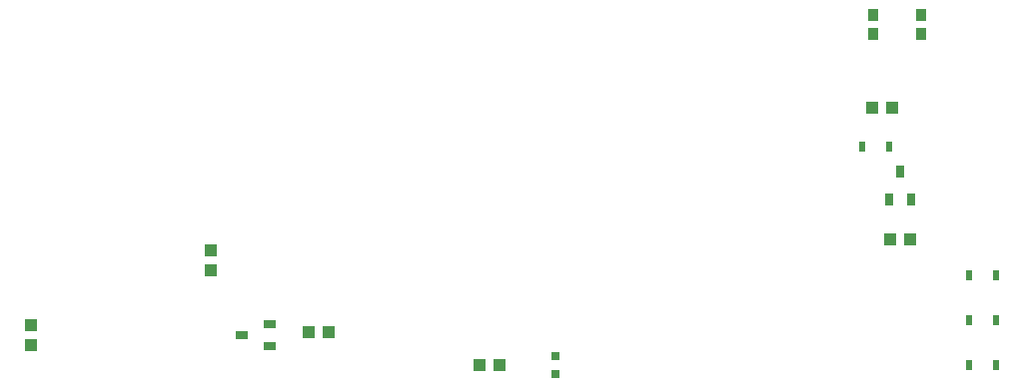
<source format=gbr>
G04 EAGLE Gerber RS-274X export*
G75*
%MOMM*%
%FSLAX34Y34*%
%LPD*%
%INSolderpaste Top*%
%IPPOS*%
%AMOC8*
5,1,8,0,0,1.08239X$1,22.5*%
G01*
%ADD10R,0.630000X0.830000*%
%ADD11R,0.900000X1.000000*%
%ADD12R,1.000000X1.100000*%
%ADD13R,0.800000X0.800000*%
%ADD14R,1.100000X1.000000*%
%ADD15R,1.000000X0.700000*%
%ADD16R,0.700000X1.000000*%


D10*
X868750Y215900D03*
X845750Y215900D03*
X868750Y177800D03*
X845750Y177800D03*
X868750Y139700D03*
X845750Y139700D03*
D11*
X764360Y437260D03*
X764360Y421260D03*
X805360Y421260D03*
X805360Y437260D03*
D12*
X763660Y358140D03*
X780660Y358140D03*
X286140Y167640D03*
X303140Y167640D03*
D13*
X495300Y132200D03*
X495300Y147200D03*
D12*
X447920Y139700D03*
X430920Y139700D03*
D14*
X203200Y237100D03*
X203200Y220100D03*
X50800Y173600D03*
X50800Y156600D03*
D15*
X229300Y165100D03*
X253300Y155600D03*
X253300Y174600D03*
D10*
X755580Y325120D03*
X778580Y325120D03*
D16*
X787400Y304100D03*
X777900Y280100D03*
X796900Y280100D03*
D12*
X778900Y246380D03*
X795900Y246380D03*
M02*

</source>
